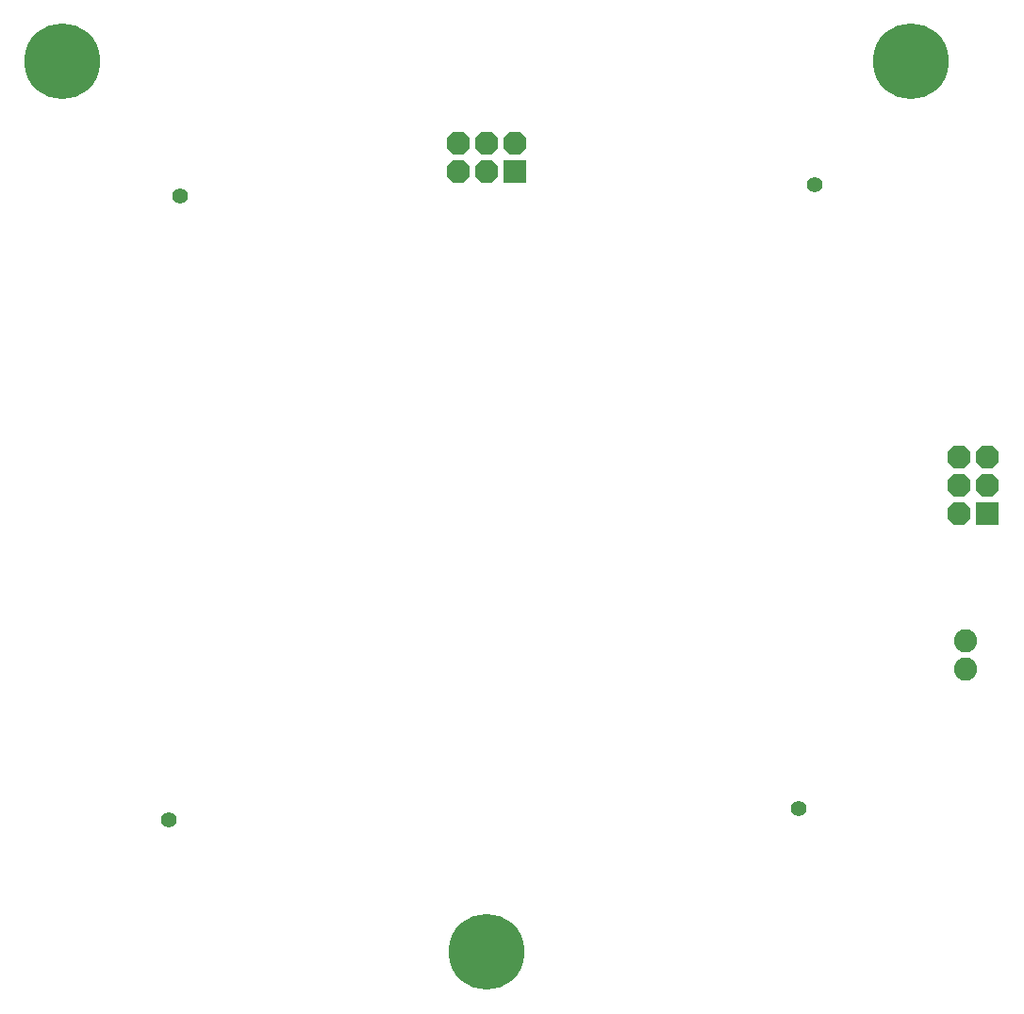
<source format=gbs>
G75*
%MOIN*%
%OFA0B0*%
%FSLAX24Y24*%
%IPPOS*%
%LPD*%
%AMOC8*
5,1,8,0,0,1.08239X$1,22.5*
%
%ADD10C,0.2678*%
%ADD11R,0.0820X0.0820*%
%ADD12OC8,0.0820*%
%ADD13C,0.0820*%
%ADD14C,0.0555*%
D10*
X019078Y002975D03*
X034078Y034471D03*
X004078Y034471D03*
D11*
X020078Y030586D03*
X036771Y018471D03*
D12*
X036771Y019471D03*
X036771Y020471D03*
X035771Y020471D03*
X035771Y019471D03*
X035771Y018471D03*
X020078Y031586D03*
X019078Y031586D03*
X018078Y031586D03*
X018078Y030586D03*
X019078Y030586D03*
D13*
X036007Y013975D03*
X036007Y012975D03*
D14*
X007857Y007660D03*
X030101Y008054D03*
X008251Y029708D03*
X030692Y030101D03*
M02*

</source>
